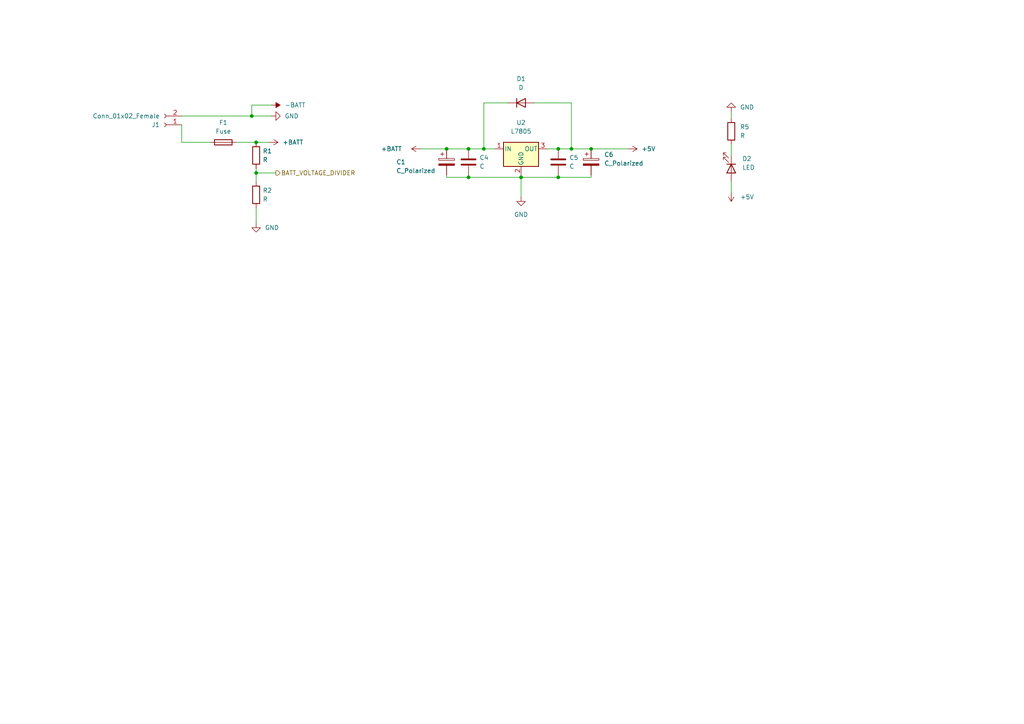
<source format=kicad_sch>
(kicad_sch (version 20211123) (generator eeschema)
  (paper "A4")
  (lib_symbols
    (symbol "Connector:Conn_01x02_Female" (pin_names (offset 1.016) hide)
      (property "Reference" "J" (at 0 2.54 0))
      (property "Value" "Conn_01x02_Female" (at 0 -5.08 0))
      (symbol "Conn_01x02_Female_1_1"
        (arc (start 0 -2.032) (mid -0.508 -2.54) (end 0 -3.048) (stroke (width 0.1524)))
        (polyline (pts (xy -1.27 -2.54) (xy -0.508 -2.54)) (stroke (width 0.1524)))
        (polyline (pts (xy -1.27 0) (xy -0.508 0)) (stroke (width 0.1524)))
        (arc (start 0 0.508) (mid -0.508 0) (end 0 -0.508) (stroke (width 0.1524)))
        (pin passive line (at -5.08 0 0) (length 3.81) (name "Pin_1") (number "1"))
        (pin passive line (at -5.08 -2.54 0) (length 3.81) (name "Pin_2") (number "2"))
      )
    )
    (symbol "Device:C" (pin_numbers hide) (pin_names (offset 0.254))
      (property "Reference" "C" (at 0.635 2.54 0))
      (property "Value" "C" (at 0.635 -2.54 0))
      (symbol "C_0_1"
        (polyline (pts (xy -2.032 -0.762) (xy 2.032 -0.762)) (stroke (width 0.508)))
        (polyline (pts (xy -2.032 0.762) (xy 2.032 0.762)) (stroke (width 0.508)))
      )
      (symbol "C_1_1"
        (pin passive line (at 0 3.81 270) (length 2.794) (name "~") (number "1"))
        (pin passive line (at 0 -3.81 90) (length 2.794) (name "~") (number "2"))
      )
    )
    (symbol "Device:C_Polarized" (pin_numbers hide) (pin_names (offset 0.254))
      (property "Reference" "C" (at 0.635 2.54 0))
      (property "Value" "C_Polarized" (at 0.635 -2.54 0))
      (symbol "C_Polarized_0_1"
        (rectangle (start -2.286 0.508) (end 2.286 1.016))
        (polyline (pts (xy -1.778 2.286) (xy -0.762 2.286)))
        (polyline (pts (xy -1.27 2.794) (xy -1.27 1.778)))
        (rectangle (start 2.286 -0.508) (end -2.286 -1.016) (fill (type outline)))
      )
      (symbol "C_Polarized_1_1"
        (pin passive line (at 0 3.81 270) (length 2.794) (name "~") (number "1"))
        (pin passive line (at 0 -3.81 90) (length 2.794) (name "~") (number "2"))
      )
    )
    (symbol "Device:D" (pin_numbers hide) (pin_names (offset 1.016) hide)
      (property "Reference" "D" (at 0 2.54 0))
      (property "Value" "D" (at 0 -2.54 0))
      (symbol "D_0_1"
        (polyline (pts (xy -1.27 1.27) (xy -1.27 -1.27)) (stroke (width 0.254)))
        (polyline (pts (xy 1.27 0) (xy -1.27 0)))
        (polyline (pts (xy 1.27 1.27) (xy 1.27 -1.27) (xy -1.27 0) (xy 1.27 1.27)) (stroke (width 0.254)))
      )
      (symbol "D_1_1"
        (pin passive line (at -3.81 0 0) (length 2.54) (name "K") (number "1"))
        (pin passive line (at 3.81 0 180) (length 2.54) (name "A") (number "2"))
      )
    )
    (symbol "Device:Fuse" (pin_numbers hide) (pin_names (offset 0))
      (property "Reference" "F" (at 2.032 0 90))
      (property "Value" "Fuse" (at -1.905 0 90))
      (symbol "Fuse_0_1"
        (rectangle (start -0.762 -2.54) (end 0.762 2.54) (stroke (width 0.254)))
        (polyline (pts (xy 0 2.54) (xy 0 -2.54)))
      )
      (symbol "Fuse_1_1"
        (pin passive line (at 0 3.81 270) (length 1.27) (name "~") (number "1"))
        (pin passive line (at 0 -3.81 90) (length 1.27) (name "~") (number "2"))
      )
    )
    (symbol "Device:LED" (pin_numbers hide) (pin_names (offset 1.016) hide)
      (property "Reference" "D" (at 0 2.54 0))
      (property "Value" "LED" (at 0 -2.54 0))
      (symbol "LED_0_1"
        (polyline (pts (xy -1.27 -1.27) (xy -1.27 1.27)) (stroke (width 0.254)))
        (polyline (pts (xy -1.27 0) (xy 1.27 0)))
        (polyline (pts (xy 1.27 -1.27) (xy 1.27 1.27) (xy -1.27 0) (xy 1.27 -1.27)) (stroke (width 0.254)))
        (polyline (pts (xy -3.048 -0.762) (xy -4.572 -2.286) (xy -3.81 -2.286) (xy -4.572 -2.286) (xy -4.572 -1.524)))
        (polyline (pts (xy -1.778 -0.762) (xy -3.302 -2.286) (xy -2.54 -2.286) (xy -3.302 -2.286) (xy -3.302 -1.524)))
      )
      (symbol "LED_1_1"
        (pin passive line (at -3.81 0 0) (length 2.54) (name "K") (number "1"))
        (pin passive line (at 3.81 0 180) (length 2.54) (name "A") (number "2"))
      )
    )
    (symbol "Device:R" (pin_numbers hide) (pin_names (offset 0))
      (property "Reference" "R" (at 2.032 0 90))
      (property "Value" "R" (at 0 0 90))
      (symbol "R_0_1"
        (rectangle (start -1.016 -2.54) (end 1.016 2.54) (stroke (width 0.254)))
      )
      (symbol "R_1_1"
        (pin passive line (at 0 3.81 270) (length 1.27) (name "~") (number "1"))
        (pin passive line (at 0 -3.81 90) (length 1.27) (name "~") (number "2"))
      )
    )
    (symbol "Regulator_Linear:L7805" (pin_names (offset 0.254))
      (property "Reference" "U" (at -3.81 3.175 0))
      (property "Value" "L7805" (at 0 3.175 0))
      (symbol "L7805_0_1"
        (rectangle (start -5.08 1.905) (end 5.08 -5.08) (stroke (width 0.254)) (fill (type background)))
      )
      (symbol "L7805_1_1"
        (pin power_in line (at -7.62 0 0) (length 2.54) (name "IN") (number "1"))
        (pin power_in line (at 0 -7.62 90) (length 2.54) (name "GND") (number "2"))
        (pin power_out line (at 7.62 0 180) (length 2.54) (name "OUT") (number "3"))
      )
    )
    (symbol "power:+5V" (power) (pin_names (offset 0))
      (property "Value" "+5V" (at 0 3.556 0))
      (symbol "+5V_0_1"
        (polyline (pts (xy -0.762 1.27) (xy 0 2.54)))
        (polyline (pts (xy 0 0) (xy 0 2.54)))
        (polyline (pts (xy 0 2.54) (xy 0.762 1.27)))
      )
      (symbol "+5V_1_1"
        (pin power_in line (at 0 0 90) (length 0) hide (name "+5V") (number "1"))
      )
    )
    (symbol "power:+BATT" (power) (pin_names (offset 0))
      (property "Value" "+BATT" (at 0 3.556 0))
      (symbol "+BATT_0_1"
        (polyline (pts (xy -0.762 1.27) (xy 0 2.54)))
        (polyline (pts (xy 0 0) (xy 0 2.54)))
        (polyline (pts (xy 0 2.54) (xy 0.762 1.27)))
      )
      (symbol "+BATT_1_1"
        (pin power_in line (at 0 0 90) (length 0) hide (name "+BATT") (number "1"))
      )
    )
    (symbol "power:-BATT" (power) (pin_names (offset 0))
      (property "Value" "-BATT" (at 0 3.556 0))
      (symbol "-BATT_0_1"
        (polyline (pts (xy 0 0) (xy 0 2.54)))
        (polyline (pts (xy 0.762 1.27) (xy -0.762 1.27) (xy 0 2.54) (xy 0.762 1.27)) (fill (type outline)))
      )
      (symbol "-BATT_1_1"
        (pin power_in line (at 0 0 90) (length 0) hide (name "-BATT") (number "1"))
      )
    )
    (symbol "power:GND" (power) (pin_names (offset 0))
      (property "Value" "GND" (at 0 -3.81 0))
      (symbol "GND_0_1"
        (polyline (pts (xy 0 0) (xy 0 -1.27) (xy 1.27 -1.27) (xy 0 -2.54) (xy -1.27 -1.27) (xy 0 -1.27)))
      )
      (symbol "GND_1_1"
        (pin power_in line (at 0 0 270) (length 0) hide (name "GND") (number "1"))
      )
    )
  )
  (junction (at 140.335 43.18))
  (junction (at 73.025 33.655))
  (junction (at 161.925 51.435))
  (junction (at 135.89 43.18))
  (junction (at 165.735 43.18))
  (junction (at 135.89 51.435))
  (junction (at 74.295 50.165))
  (junction (at 171.45 43.18))
  (junction (at 151.13 51.435))
  (junction (at 74.295 41.275))
  (junction (at 161.925 43.18))
  (junction (at 129.54 43.18))
  (wire (pts (xy 171.45 43.18) (xy 182.245 43.18)))
  (wire (pts (xy 212.09 52.705) (xy 212.09 55.88)))
  (wire (pts (xy 135.89 43.18) (xy 140.335 43.18)))
  (wire (pts (xy 74.295 50.165) (xy 80.01 50.165)))
  (wire (pts (xy 165.735 43.18) (xy 171.45 43.18)))
  (wire (pts (xy 74.295 60.325) (xy 74.295 64.77)))
  (wire (pts (xy 52.705 33.655) (xy 73.025 33.655)))
  (wire (pts (xy 161.925 51.435) (xy 151.13 51.435)))
  (wire (pts (xy 212.09 32.385) (xy 212.09 34.29)))
  (wire (pts (xy 78.74 30.48) (xy 73.025 30.48)))
  (wire (pts (xy 212.09 41.91) (xy 212.09 45.085)))
  (wire (pts (xy 52.705 41.275) (xy 60.96 41.275)))
  (wire (pts (xy 171.45 51.435) (xy 171.45 50.8)))
  (wire (pts (xy 68.58 41.275) (xy 74.295 41.275)))
  (wire (pts (xy 161.925 43.18) (xy 165.735 43.18)))
  (wire (pts (xy 74.295 50.165) (xy 74.295 52.705)))
  (wire (pts (xy 147.32 29.845) (xy 140.335 29.845)))
  (wire (pts (xy 129.54 51.435) (xy 129.54 50.8)))
  (wire (pts (xy 74.295 41.275) (xy 78.105 41.275)))
  (wire (pts (xy 165.735 29.845) (xy 165.735 43.18)))
  (wire (pts (xy 154.94 29.845) (xy 165.735 29.845)))
  (wire (pts (xy 73.025 33.655) (xy 78.74 33.655)))
  (wire (pts (xy 121.92 43.18) (xy 129.54 43.18)))
  (wire (pts (xy 135.89 51.435) (xy 135.89 50.8)))
  (wire (pts (xy 140.335 43.18) (xy 143.51 43.18)))
  (wire (pts (xy 52.705 36.195) (xy 52.705 41.275)))
  (wire (pts (xy 151.13 51.435) (xy 151.13 57.15)))
  (wire (pts (xy 129.54 51.435) (xy 135.89 51.435)))
  (wire (pts (xy 140.335 29.845) (xy 140.335 43.18)))
  (wire (pts (xy 151.13 50.8) (xy 151.13 51.435)))
  (wire (pts (xy 74.295 48.895) (xy 74.295 50.165)))
  (wire (pts (xy 151.13 51.435) (xy 135.89 51.435)))
  (wire (pts (xy 73.025 30.48) (xy 73.025 33.655)))
  (wire (pts (xy 161.925 51.435) (xy 161.925 50.8)))
  (wire (pts (xy 161.925 51.435) (xy 171.45 51.435)))
  (wire (pts (xy 158.75 43.18) (xy 161.925 43.18)))
  (wire (pts (xy 129.54 43.18) (xy 135.89 43.18)))
  (hierarchical_label "BATT_VOLTAGE_DIVIDER" (shape output) (at 80.01 50.165 0))
  (symbol (lib_id "power:+5V") (at 212.09 55.88 180) (unit 1)
    (property "Reference" "#PWR0110" (effects hide))
    (property "Value" "+5V" (at 214.63 57.1499 0) (effects (justify right)))
  )
  (symbol (lib_id "Device:C_Polarized") (at 129.54 46.99 0) (unit 1)
    (property "Reference" "C1" (at 114.935 46.99 0) (effects (justify left)))
    (property "Value" "C_Polarized" (at 114.935 49.53 0) (effects (justify left)))
    (property "Footprint" "Capacitor_THT:CP_Radial_D8.0mm_P5.00mm" (effects hide))
  )
  (symbol (lib_id "power:+BATT") (at 78.105 41.275 270) (unit 1)
    (property "Reference" "#PWR0108" (effects hide))
    (property "Value" "+BATT" (at 81.915 41.2749 90) (effects (justify left)))
  )
  (symbol (lib_id "Device:Fuse") (at 64.77 41.275 270) (unit 1)
    (property "Reference" "F1" (at 64.77 35.56 90))
    (property "Value" "Fuse" (at 64.77 38.1 90))
    (property "Footprint" "Fuse:Fuse_1210_3225Metric_Pad1.42x2.65mm_HandSolder" (effects hide))
  )
  (symbol (lib_id "Device:LED") (at 212.09 48.895 270) (unit 1)
    (property "Reference" "D2" (at 215.265 46.0374 90) (effects (justify left)))
    (property "Value" "LED" (at 215.265 48.5774 90) (effects (justify left)))
    (property "Footprint" "LED_THT:LED_D3.0mm" (effects hide))
  )
  (symbol (lib_id "Device:R") (at 74.295 56.515 0) (unit 1)
    (property "Reference" "R2" (at 76.2 55.2449 0) (effects (justify left)))
    (property "Value" "R" (at 76.2 57.7849 0) (effects (justify left)))
    (property "Footprint" "Resistor_THT:R_Axial_DIN0207_L6.3mm_D2.5mm_P10.16mm_Horizontal" (effects hide))
  )
  (symbol (lib_id "Device:R") (at 74.295 45.085 0) (unit 1)
    (property "Reference" "R1" (at 76.2 43.8149 0) (effects (justify left)))
    (property "Value" "R" (at 76.2 46.3549 0) (effects (justify left)))
    (property "Footprint" "Resistor_THT:R_Axial_DIN0207_L6.3mm_D2.5mm_P10.16mm_Horizontal" (effects hide))
  )
  (symbol (lib_id "Device:C") (at 161.925 46.99 0) (unit 1)
    (property "Reference" "C5" (at 165.1 45.7199 0) (effects (justify left)))
    (property "Value" "C" (at 165.1 48.2599 0) (effects (justify left)))
    (property "Footprint" "Capacitor_THT:C_Disc_D5.0mm_W2.5mm_P5.00mm" (effects hide))
  )
  (symbol (lib_id "Device:R") (at 212.09 38.1 0) (unit 1)
    (property "Reference" "R5" (at 214.63 36.8299 0) (effects (justify left)))
    (property "Value" "R" (at 214.63 39.3699 0) (effects (justify left)))
    (property "Footprint" "Resistor_THT:R_Axial_DIN0207_L6.3mm_D2.5mm_P10.16mm_Horizontal" (effects hide))
  )
  (symbol (lib_id "power:+5V") (at 182.245 43.18 270) (unit 1)
    (property "Reference" "#PWR0111" (effects hide))
    (property "Value" "+5V" (at 186.055 43.1799 90) (effects (justify left)))
  )
  (symbol (lib_id "power:GND") (at 74.295 64.77 0) (unit 1)
    (property "Reference" "#PWR0107" (effects hide))
    (property "Value" "GND" (at 76.835 66.0399 0) (effects (justify left)))
  )
  (symbol (lib_id "power:GND") (at 78.74 33.655 90) (unit 1)
    (property "Reference" "#PWR0106" (effects hide))
    (property "Value" "GND" (at 82.55 33.6549 90) (effects (justify right)))
  )
  (symbol (lib_id "power:GND") (at 151.13 57.15 0) (unit 1)
    (property "Reference" "#PWR0112" (effects hide))
    (property "Value" "GND" (at 151.13 62.23 0))
  )
  (symbol (lib_id "power:+BATT") (at 121.92 43.18 90) (unit 1)
    (property "Reference" "#PWR0104" (effects hide))
    (property "Value" "+BATT" (at 110.49 43.18 90) (effects (justify right)))
  )
  (symbol (lib_id "Connector:Conn_01x02_Female") (at 47.625 36.195 180) (unit 1)
    (property "Reference" "J1" (at 46.355 36.1951 0) (effects (justify left)))
    (property "Value" "Conn_01x02_Female" (at 46.355 33.6551 0) (effects (justify left)))
    (property "Footprint" "TerminalBlock:TerminalBlock_bornier-2_P5.08mm" (effects hide))
  )
  (symbol (lib_id "power:GND") (at 212.09 32.385 180) (unit 1)
    (property "Reference" "#PWR0109" (effects hide))
    (property "Value" "GND" (at 214.63 31.1149 0) (effects (justify right)))
  )
  (symbol (lib_id "Regulator_Linear:L7805") (at 151.13 43.18 0) (unit 1)
    (property "Reference" "U2" (at 151.13 35.56 0))
    (property "Value" "L7805" (at 151.13 38.1 0))
    (property "Datasheet" "http://www.st.com/content/ccc/resource/technical/document/datasheet/41/4f/b3/b0/12/d4/47/88/CD00000444.pdf/files/CD00000444.pdf/jcr:content/translations/en.CD00000444.pdf" (effects hide))
  )
  (symbol (lib_id "Device:C") (at 135.89 46.99 0) (unit 1)
    (property "Reference" "C4" (at 139.065 45.7199 0) (effects (justify left)))
    (property "Value" "C" (at 139.065 48.2599 0) (effects (justify left)))
    (property "Footprint" "Capacitor_THT:C_Disc_D5.0mm_W2.5mm_P5.00mm" (effects hide))
  )
  (symbol (lib_id "Device:C_Polarized") (at 171.45 46.99 0) (unit 1)
    (property "Reference" "C6" (at 175.26 44.8309 0) (effects (justify left)))
    (property "Value" "C_Polarized" (at 175.26 47.3709 0) (effects (justify left)))
    (property "Footprint" "Capacitor_THT:CP_Radial_D8.0mm_P5.00mm" (effects hide))
  )
  (symbol (lib_id "Device:D") (at 151.13 29.845 0) (unit 1)
    (property "Reference" "D1" (at 151.13 22.86 0))
    (property "Value" "D" (at 151.13 25.4 0))
    (property "Footprint" "Diode_THT:D_DO-15_P10.16mm_Horizontal" (effects hide))
  )
  (symbol (lib_id "power:-BATT") (at 78.74 30.48 270) (unit 1)
    (property "Reference" "#PWR0105" (effects hide))
    (property "Value" "-BATT" (at 82.55 30.4799 90) (effects (justify left)))
  )
)
</source>
